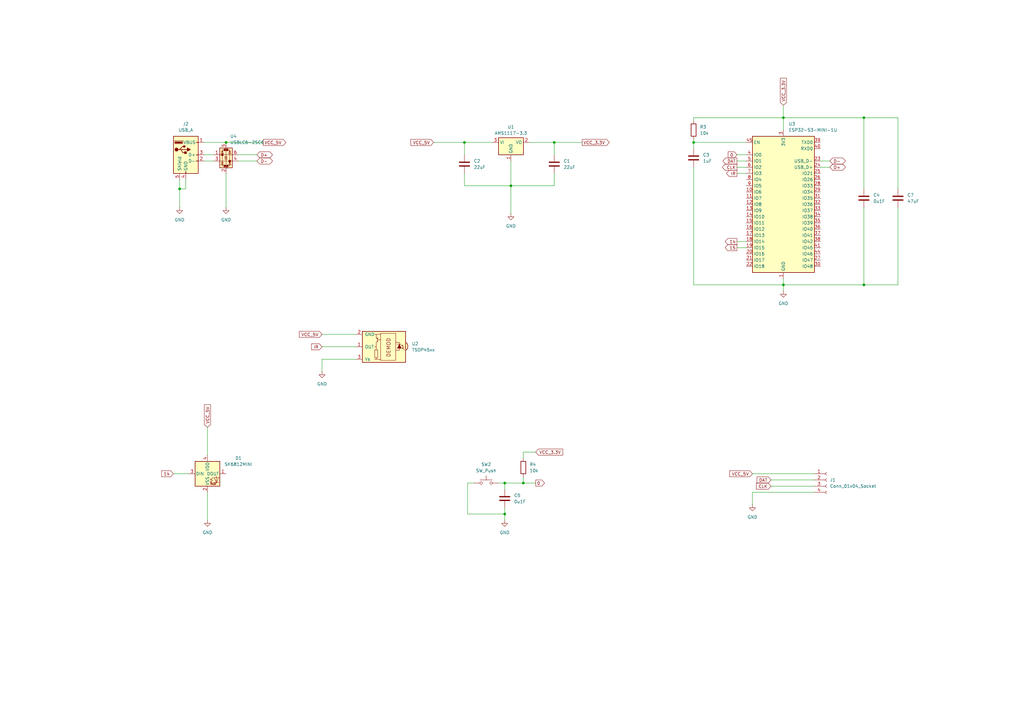
<source format=kicad_sch>
(kicad_sch (version 20250114) (generator "eeschema") (generator_version "9.0")
  (paper "A3")
  (title_block (title "PIXEL-LED") (date "2026-01-12") (rev "1.0") (company "Author: Samuel Hafen"))
  (lib_symbols
    (symbol "Connector:Conn_01x04_Socket" (pin_names (offset 1.016) (hide yes))
      (property "Reference" "J" (at 0 5.08 0))
      (property "Value" "Conn_01x04_Socket" (at 0 -7.62 0))
      (symbol "Conn_01x04_Socket_1_1"
        (polyline (pts (xy -1.27 2.54) (xy -0.508 2.54)) (stroke (width 0.1524)))
        (polyline (pts (xy -1.27 0) (xy -0.508 0)) (stroke (width 0.1524)))
        (polyline (pts (xy -1.27 -2.54) (xy -0.508 -2.54)) (stroke (width 0.1524)))
        (polyline (pts (xy -1.27 -5.08) (xy -0.508 -5.08)) (stroke (width 0.1524)))
        (arc (start 0 2.032) (mid -0.5058 2.54) (end 0 3.048) (stroke (width 0.1524)))
        (arc (start 0 -0.508) (mid -0.5058 0) (end 0 0.508) (stroke (width 0.1524)))
        (arc (start 0 -3.048) (mid -0.5058 -2.54) (end 0 -2.032) (stroke (width 0.1524)))
        (arc (start 0 -5.588) (mid -0.5058 -5.08) (end 0 -4.572) (stroke (width 0.1524)))
        (pin passive line (at -5.08 2.54 0) (length 3.81) (name "Pin_1") (number "1"))
        (pin passive line (at -5.08 0 0) (length 3.81) (name "Pin_2") (number "2"))
        (pin passive line (at -5.08 -2.54 0) (length 3.81) (name "Pin_3") (number "3"))
        (pin passive line (at -5.08 -5.08 0) (length 3.81) (name "Pin_4") (number "4"))
      )
    )
    (symbol "Connector:USB_A" (pin_names (offset 1.016))
      (property "Reference" "J" (at -5.08 11.43 0))
      (property "Value" "USB_A" (at -5.08 8.89 0))
      (symbol "USB_A_0_1"
        (rectangle (start -5.08 -7.62) (end 5.08 7.62) (stroke (width 0.254)) (fill (type background)))
        (circle (center -3.81 2.159) (radius 0.635) (stroke (width 0.254)) (fill (type outline)))
        (polyline (pts (xy -3.175 2.159) (xy -2.54 2.159) (xy -1.27 3.429) (xy -0.635 3.429)) (stroke (width 0.254)))
        (polyline (pts (xy -2.54 2.159) (xy -1.905 2.159) (xy -1.27 0.889) (xy 0 0.889)) (stroke (width 0.254)))
        (rectangle (start -1.524 4.826) (end -4.318 5.334) (fill (type outline)))
        (rectangle (start -1.27 4.572) (end -4.572 5.842))
        (circle (center -0.635 3.429) (radius 0.381) (stroke (width 0.254)) (fill (type outline)))
        (rectangle (start -0.127 -7.62) (end 0.127 -6.858))
        (rectangle (start 0.254 1.27) (end -0.508 0.508) (stroke (width 0.254)) (fill (type outline)))
        (polyline (pts (xy 0.635 2.794) (xy 0.635 1.524) (xy 1.905 2.159) (xy 0.635 2.794)) (stroke (width 0.254)) (fill (type outline)))
        (rectangle (start 5.08 4.953) (end 4.318 5.207))
        (rectangle (start 5.08 -0.127) (end 4.318 0.127))
        (rectangle (start 5.08 -2.667) (end 4.318 -2.413))
      )
      (symbol "USB_A_1_1"
        (polyline (pts (xy -1.905 2.159) (xy 0.635 2.159)) (stroke (width 0.254)))
        (pin passive line (at -2.54 -10.16 90) (length 2.54) (name "Shield") (number "5"))
        (pin power_in line (at 0 -10.16 90) (length 2.54) (name "GND") (number "4"))
        (pin power_in line (at 7.62 5.08 180) (length 2.54) (name "VBUS") (number "1"))
        (pin bidirectional line (at 7.62 0 180) (length 2.54) (name "D+") (number "3"))
        (pin bidirectional line (at 7.62 -2.54 180) (length 2.54) (name "D-") (number "2"))
      )
    )
    (symbol "Device:C" (pin_numbers (hide yes)) (pin_names (offset 0.254))
      (property "Reference" "C" (at 0.635 2.54 0))
      (property "Value" "C" (at 0.635 -2.54 0))
      (symbol "C_0_1"
        (polyline (pts (xy -2.032 0.762) (xy 2.032 0.762)) (stroke (width 0.508)))
        (polyline (pts (xy -2.032 -0.762) (xy 2.032 -0.762)) (stroke (width 0.508)))
      )
      (symbol "C_1_1"
        (pin passive line (at 0 3.81 270) (length 2.794) (name "~") (number "1"))
        (pin passive line (at 0 -3.81 90) (length 2.794) (name "~") (number "2"))
      )
    )
    (symbol "Device:R" (pin_numbers (hide yes)) (pin_names (offset 0))
      (property "Reference" "R" (at 2.032 0 90))
      (property "Value" "R" (at 0 0 90))
      (symbol "R_0_1"
        (rectangle (start -1.016 -2.54) (end 1.016 2.54) (stroke (width 0.254)))
      )
      (symbol "R_1_1"
        (pin passive line (at 0 3.81 270) (length 1.27) (name "~") (number "1"))
        (pin passive line (at 0 -3.81 90) (length 1.27) (name "~") (number "2"))
      )
    )
    (symbol "Interface_Optical:TSOP45xx" (pin_names (offset 1.016))
      (property "Reference" "U" (at -10.16 7.62 0))
      (property "Value" "TSOP45xx" (at -10.16 -7.62 0))
      (symbol "TSOP45xx_0_0"
        (arc (start -10.287 -1.778) (mid -11.0899 -0.1905) (end -10.287 1.397) (stroke (width 0.254)) (fill (type background)))
        (polyline (pts (xy 1.905 5.08) (xy 0.127 5.08)))
        (polyline (pts (xy 1.905 -5.08) (xy 0.127 -5.08)))
        (text "DEMOD" (at -3.175 0.254 900) (effects (font (size 1.524 1.524))))
      )
      (symbol "TSOP45xx_0_1"
        (polyline (pts (xy -8.763 0.381) (xy -9.652 1.27)))
        (polyline (pts (xy -8.763 0.381) (xy -9.271 0.381)))
        (polyline (pts (xy -8.763 0.381) (xy -8.763 0.889)))
        (polyline (pts (xy -8.636 -0.635) (xy -9.525 0.254)))
        (polyline (pts (xy -8.636 -0.635) (xy -9.144 -0.635)))
        (polyline (pts (xy -8.636 -0.635) (xy -8.636 -0.127)))
        (polyline (pts (xy -8.382 0.635) (xy -6.731 0.635) (xy -7.62 -1.016) (xy -8.382 0.635)) (fill (type outline)))
        (polyline (pts (xy -8.382 -1.016) (xy -6.731 -1.016)))
        (rectangle (start -6.096 5.588) (end 0.127 -5.588))
        (polyline (pts (xy -6.096 1.397) (xy -7.62 1.397) (xy -7.62 -1.778) (xy -6.096 -1.778)))
        (polyline (pts (xy 1.27 -1.905) (xy 1.27 -3.81)))
        (polyline (pts (xy 1.27 -2.54) (xy 1.905 -1.905) (xy 1.905 0) (xy 2.54 0)))
        (polyline (pts (xy 1.27 -2.921) (xy 0.127 -2.921)))
        (polyline (pts (xy 1.27 -3.175) (xy 1.905 -3.81) (xy 1.905 -5.08) (xy 2.54 -5.08)))
        (polyline (pts (xy 1.397 -3.556) (xy 1.524 -3.556)))
        (polyline (pts (xy 1.651 -3.556) (xy 1.524 -3.556)))
        (polyline (pts (xy 1.651 -3.556) (xy 1.651 -3.302)))
        (polyline (pts (xy 1.905 4.445) (xy 1.905 5.08) (xy 2.54 5.08)))
        (polyline (pts (xy 1.905 0) (xy 1.905 1.27)))
        (rectangle (start 2.54 1.27) (end 1.27 4.445))
        (rectangle (start 7.62 6.35) (end -10.16 -6.35) (stroke (width 0.254)) (fill (type background)))
      )
      (symbol "TSOP45xx_1_1"
        (pin power_in line (at 10.16 5.08 180) (length 2.54) (name "Vs") (number "3"))
        (pin output line (at 10.16 0 180) (length 2.54) (name "OUT") (number "1"))
        (pin power_in line (at 10.16 -5.08 180) (length 2.54) (name "GND") (number "2"))
      )
    )
    (symbol "LED:SK6812MINI" (pin_names (offset 0.254))
      (property "Reference" "D" (at 5.08 5.715 0))
      (property "Value" "SK6812MINI" (at 1.27 -5.715 0))
      (symbol "SK6812MINI_0_0"
        (text "RGB" (at 2.286 -4.191 0) (effects (font (size 0.762 0.762))))
      )
      (symbol "SK6812MINI_0_1"
        (polyline (pts (xy 1.27 -2.54) (xy 1.778 -2.54)))
        (polyline (pts (xy 1.27 -3.556) (xy 1.778 -3.556)))
        (polyline (pts (xy 2.286 -1.524) (xy 1.27 -2.54) (xy 1.27 -2.032)))
        (polyline (pts (xy 2.286 -2.54) (xy 1.27 -3.556) (xy 1.27 -3.048)))
        (polyline (pts (xy 3.683 -1.016) (xy 3.683 -3.556) (xy 3.683 -4.064)))
        (polyline (pts (xy 4.699 -1.524) (xy 2.667 -1.524) (xy 3.683 -3.556) (xy 4.699 -1.524)))
        (polyline (pts (xy 4.699 -3.556) (xy 2.667 -3.556)))
        (rectangle (start 5.08 5.08) (end -5.08 -5.08) (stroke (width 0.254)) (fill (type background)))
      )
      (symbol "SK6812MINI_1_1"
        (pin input line (at -7.62 0 0) (length 2.54) (name "DIN") (number "3"))
        (pin power_in line (at 0 7.62 270) (length 2.54) (name "VDD") (number "4"))
        (pin power_in line (at 0 -7.62 90) (length 2.54) (name "VSS") (number "2"))
        (pin output line (at 7.62 0 180) (length 2.54) (name "DOUT") (number "1"))
      )
    )
    (symbol "Power_Protection:USBLC6-2SC6" (pin_names (hide yes))
      (property "Reference" "U" (at 0.635 5.715 0))
      (property "Value" "USBLC6-2SC6" (at 0.635 3.81 0))
      (symbol "USBLC6-2SC6_0_0"
        (circle (center -1.524 0) (radius 0.0001) (stroke (width 0.508)))
        (circle (center -0.508 2.032) (radius 0.0001) (stroke (width 0.508)))
        (circle (center -0.508 -4.572) (radius 0.0001) (stroke (width 0.508)))
        (circle (center 0.508 2.032) (radius 0.0001) (stroke (width 0.508)))
        (circle (center 0.508 -4.572) (radius 0.0001) (stroke (width 0.508)))
        (circle (center 1.524 -2.54) (radius 0.0001) (stroke (width 0.508)))
      )
      (symbol "USBLC6-2SC6_0_1"
        (polyline (pts (xy -2.54 0) (xy 2.54 0)))
        (polyline (pts (xy -2.54 -2.54) (xy 2.54 -2.54)))
        (polyline (pts (xy -2.032 0.508) (xy -1.016 0.508) (xy -1.524 1.524) (xy -2.032 0.508)))
        (polyline (pts (xy -2.032 -3.048) (xy -1.016 -3.048)))
        (polyline (pts (xy -1.016 1.524) (xy -2.032 1.524)))
        (polyline (pts (xy -1.016 -4.064) (xy -2.032 -4.064) (xy -1.524 -3.048) (xy -1.016 -4.064)))
        (polyline (pts (xy -0.508 -1.143) (xy -0.508 -0.762) (xy 0.508 -0.762)))
        (polyline (pts (xy 0 2.54) (xy -0.508 2.032) (xy 0.508 2.032) (xy 0 1.524) (xy 0 -4.064) (xy -0.508 -4.572) (xy 0.508 -4.572) (xy 0 -5.08)))
        (polyline (pts (xy 0.508 -1.778) (xy -0.508 -1.778) (xy 0 -0.762) (xy 0.508 -1.778)))
        (polyline (pts (xy 1.016 1.524) (xy 2.032 1.524)))
        (polyline (pts (xy 1.016 -3.048) (xy 2.032 -3.048)))
        (polyline (pts (xy 2.032 0.508) (xy 1.016 0.508) (xy 1.524 1.524) (xy 2.032 0.508)))
        (polyline (pts (xy 2.032 -4.064) (xy 1.016 -4.064) (xy 1.524 -3.048) (xy 2.032 -4.064)))
      )
      (symbol "USBLC6-2SC6_1_1"
        (rectangle (start -2.54 2.794) (end 2.54 -5.334) (stroke (width 0.254)) (fill (type background)))
        (polyline (pts (xy -0.508 2.032) (xy -1.524 2.032) (xy -1.524 -4.572) (xy -0.508 -4.572)))
        (polyline (pts (xy 0.508 -4.572) (xy 1.524 -4.572) (xy 1.524 2.032) (xy 0.508 2.032)))
        (pin passive line (at -5.08 0 0) (length 2.54) (name "I/O1") (number "1"))
        (pin passive line (at -5.08 -2.54 0) (length 2.54) (name "I/O2") (number "3"))
        (pin passive line (at 0 5.08 270) (length 2.54) (name "VBUS") (number "5"))
        (pin passive line (at 0 -7.62 90) (length 2.54) (name "GND") (number "2"))
        (pin passive line (at 5.08 0 180) (length 2.54) (name "I/O1") (number "6"))
        (pin passive line (at 5.08 -2.54 180) (length 2.54) (name "I/O2") (number "4"))
      )
    )
    (symbol "RF_Module:ESP32-S3-MINI-1U"
      (property "Reference" "U" (at -11.43 29.21 0))
      (property "Value" "ESP32-S3-MINI-1U" (at 12.7 29.21 0))
      (symbol "ESP32-S3-MINI-1U_0_1"
        (rectangle (start -12.7 27.94) (end 12.7 -27.94) (stroke (width 0.254)) (fill (type background)))
      )
      (symbol "ESP32-S3-MINI-1U_1_1"
        (pin input line (at -15.24 25.4 0) (length 2.54) (name "EN") (number "45"))
        (pin bidirectional line (at -15.24 20.32 0) (length 2.54) (name "IO0") (number "4"))
        (pin bidirectional line (at -15.24 17.78 0) (length 2.54) (name "IO1") (number "5"))
        (pin bidirectional line (at -15.24 15.24 0) (length 2.54) (name "IO2") (number "6"))
        (pin bidirectional line (at -15.24 12.7 0) (length 2.54) (name "IO3") (number "7"))
        (pin bidirectional line (at -15.24 10.16 0) (length 2.54) (name "IO4") (number "8"))
        (pin bidirectional line (at -15.24 7.62 0) (length 2.54) (name "IO5") (number "9"))
        (pin bidirectional line (at -15.24 5.08 0) (length 2.54) (name "IO6") (number "10"))
        (pin bidirectional line (at -15.24 2.54 0) (length 2.54) (name "IO7") (number "11"))
        (pin bidirectional line (at -15.24 0 0) (length 2.54) (name "IO8") (number "12"))
        (pin bidirectional line (at -15.24 -2.54 0) (length 2.54) (name "IO9") (number "13"))
        (pin bidirectional line (at -15.24 -5.08 0) (length 2.54) (name "IO10") (number "14"))
        (pin bidirectional line (at -15.24 -7.62 0) (length 2.54) (name "IO11") (number "15"))
        (pin bidirectional line (at -15.24 -10.16 0) (length 2.54) (name "IO12") (number "16"))
        (pin bidirectional line (at -15.24 -12.7 0) (length 2.54) (name "IO13") (number "17"))
        (pin bidirectional line (at -15.24 -15.24 0) (length 2.54) (name "IO14") (number "18"))
        (pin bidirectional line (at -15.24 -17.78 0) (length 2.54) (name "IO15") (number "19"))
        (pin bidirectional line (at -15.24 -20.32 0) (length 2.54) (name "IO16") (number "20"))
        (pin bidirectional line (at -15.24 -22.86 0) (length 2.54) (name "IO17") (number "21"))
        (pin bidirectional line (at -15.24 -25.4 0) (length 2.54) (name "IO18") (number "22"))
        (pin power_in line (at 0 30.48 270) (length 2.54) (name "3V3") (number "3"))
        (pin power_in line (at 0 -30.48 90) (length 2.54) (name "GND") (number "1"))
        (pin passive line (at 0 -30.48 90) (length 2.54) (hide yes) (name "GND") (number "2"))
        (pin passive line (at 0 -30.48 90) (length 2.54) (hide yes) (name "GND") (number "42"))
        (pin passive line (at 0 -30.48 90) (length 2.54) (hide yes) (name "GND") (number "43"))
        (pin passive line (at 0 -30.48 90) (length 2.54) (hide yes) (name "GND") (number "46"))
        (pin passive line (at 0 -30.48 90) (length 2.54) (hide yes) (name "GND") (number "47"))
        (pin passive line (at 0 -30.48 90) (length 2.54) (hide yes) (name "GND") (number "48"))
        (pin passive line (at 0 -30.48 90) (length 2.54) (hide yes) (name "GND") (number "49"))
        (pin passive line (at 0 -30.48 90) (length 2.54) (hide yes) (name "GND") (number "50"))
        (pin passive line (at 0 -30.48 90) (length 2.54) (hide yes) (name "GND") (number "51"))
        (pin passive line (at 0 -30.48 90) (length 2.54) (hide yes) (name "GND") (number "52"))
        (pin passive line (at 0 -30.48 90) (length 2.54) (hide yes) (name "GND") (number "53"))
        (pin passive line (at 0 -30.48 90) (length 2.54) (hide yes) (name "GND") (number "54"))
        (pin passive line (at 0 -30.48 90) (length 2.54) (hide yes) (name "GND") (number "55"))
        (pin passive line (at 0 -30.48 90) (length 2.54) (hide yes) (name "GND") (number "56"))
        (pin passive line (at 0 -30.48 90) (length 2.54) (hide yes) (name "GND") (number "57"))
        (pin passive line (at 0 -30.48 90) (length 2.54) (hide yes) (name "GND") (number "58"))
        (pin passive line (at 0 -30.48 90) (length 2.54) (hide yes) (name "GND") (number "59"))
        (pin passive line (at 0 -30.48 90) (length 2.54) (hide yes) (name "GND") (number "60"))
        (pin passive line (at 0 -30.48 90) (length 2.54) (hide yes) (name "GND") (number "61"))
        (pin passive line (at 0 -30.48 90) (length 2.54) (hide yes) (name "GND") (number "62"))
        (pin passive line (at 0 -30.48 90) (length 2.54) (hide yes) (name "GND") (number "63"))
        (pin passive line (at 0 -30.48 90) (length 2.54) (hide yes) (name "GND") (number "64"))
        (pin passive line (at 0 -30.48 90) (length 2.54) (hide yes) (name "GND") (number "65"))
        (pin bidirectional line (at 15.24 25.4 180) (length 2.54) (name "TXD0") (number "39"))
        (pin bidirectional line (at 15.24 22.86 180) (length 2.54) (name "RXD0") (number "40"))
        (pin bidirectional line (at 15.24 17.78 180) (length 2.54) (name "USB_D-") (number "23"))
        (pin bidirectional line (at 15.24 15.24 180) (length 2.54) (name "USB_D+") (number "24"))
        (pin bidirectional line (at 15.24 12.7 180) (length 2.54) (name "IO21") (number "25"))
        (pin bidirectional line (at 15.24 10.16 180) (length 2.54) (name "IO26") (number "26"))
        (pin bidirectional line (at 15.24 7.62 180) (length 2.54) (name "IO33") (number "28"))
        (pin bidirectional line (at 15.24 5.08 180) (length 2.54) (name "IO34") (number "29"))
        (pin bidirectional line (at 15.24 2.54 180) (length 2.54) (name "IO35") (number "31"))
        (pin bidirectional line (at 15.24 0 180) (length 2.54) (name "IO36") (number "32"))
        (pin bidirectional line (at 15.24 -2.54 180) (length 2.54) (name "IO37") (number "33"))
        (pin bidirectional line (at 15.24 -5.08 180) (length 2.54) (name "IO38") (number "34"))
        (pin bidirectional line (at 15.24 -7.62 180) (length 2.54) (name "IO39") (number "35"))
        (pin bidirectional line (at 15.24 -10.16 180) (length 2.54) (name "IO40") (number "36"))
        (pin bidirectional line (at 15.24 -12.7 180) (length 2.54) (name "IO41") (number "37"))
        (pin bidirectional line (at 15.24 -15.24 180) (length 2.54) (name "IO42") (number "38"))
        (pin bidirectional line (at 15.24 -17.78 180) (length 2.54) (name "IO45") (number "41"))
        (pin bidirectional line (at 15.24 -20.32 180) (length 2.54) (name "IO46") (number "44"))
        (pin bidirectional line (at 15.24 -22.86 180) (length 2.54) (name "IO47") (number "27"))
        (pin bidirectional line (at 15.24 -25.4 180) (length 2.54) (name "IO48") (number "30"))
      )
    )
    (symbol "Regulator_Linear:AMS1117-3.3"
      (property "Reference" "U" (at -3.81 3.175 0))
      (property "Value" "AMS1117-3.3" (at 0 3.175 0))
      (symbol "AMS1117-3.3_0_1"
        (rectangle (start -5.08 -5.08) (end 5.08 1.905) (stroke (width 0.254)) (fill (type background)))
      )
      (symbol "AMS1117-3.3_1_1"
        (pin power_in line (at -7.62 0 0) (length 2.54) (name "VI") (number "3"))
        (pin power_in line (at 0 -7.62 90) (length 2.54) (name "GND") (number "1"))
        (pin power_out line (at 7.62 0 180) (length 2.54) (name "VO") (number "2"))
      )
    )
    (symbol "Switch:SW_Push" (pin_numbers (hide yes)) (pin_names (offset 1.016) (hide yes))
      (property "Reference" "SW" (at 1.27 2.54 0))
      (property "Value" "SW_Push" (at 0 -1.524 0))
      (symbol "SW_Push_0_1"
        (circle (center -2.032 0) (radius 0.508))
        (polyline (pts (xy 0 1.27) (xy 0 3.048)))
        (circle (center 2.032 0) (radius 0.508))
        (polyline (pts (xy 2.54 1.27) (xy -2.54 1.27)))
        (pin passive line (at -5.08 0 0) (length 2.54) (name "1") (number "1"))
        (pin passive line (at 5.08 0 180) (length 2.54) (name "2") (number "2"))
      )
    )
    (symbol "power:GND" (power) (pin_numbers (hide yes)) (pin_names (offset 0) (hide yes))
      (property "Value" "GND" (at 0 -3.81 0))
      (symbol "GND_0_1"
        (polyline (pts (xy 0 0) (xy 0 -1.27) (xy 1.27 -1.27) (xy 0 -2.54) (xy -1.27 -1.27) (xy 0 -1.27)))
      )
      (symbol "GND_1_1"
        (pin power_in line (at 0 0 270) (length 0) (name "~") (number "1"))
      )
    )
  )
  (junction (at 354.33 116.84))
  (junction (at 190.5 58.42))
  (junction (at 354.33 48.26))
  (junction (at 92.71 58.42))
  (junction (at 321.31 48.26))
  (junction (at 73.66 77.47))
  (junction (at 284.48 58.42))
  (junction (at 209.55 76.2))
  (junction (at 207.01 198.12))
  (junction (at 207.01 210.82))
  (junction (at 321.31 116.84))
  (junction (at 214.63 198.12))
  (junction (at 227.33 58.42))
  (wire (pts (xy 83.82 58.42) (xy 92.71 58.42)))
  (wire (pts (xy 217.17 58.42) (xy 227.33 58.42)))
  (wire (pts (xy 302.26 68.58) (xy 306.07 68.58)))
  (wire (pts (xy 76.2 73.66) (xy 76.2 77.47)))
  (wire (pts (xy 132.08 142.24) (xy 146.05 142.24)))
  (wire (pts (xy 284.48 48.26) (xy 284.48 49.53)))
  (wire (pts (xy 92.71 71.12) (xy 92.71 85.09)))
  (wire (pts (xy 219.71 185.42) (xy 214.63 185.42)))
  (wire (pts (xy 354.33 116.84) (xy 321.31 116.84)))
  (wire (pts (xy 207.01 210.82) (xy 207.01 213.36)))
  (wire (pts (xy 368.3 116.84) (xy 354.33 116.84)))
  (wire (pts (xy 214.63 195.58) (xy 214.63 198.12)))
  (wire (pts (xy 73.66 77.47) (xy 73.66 85.09)))
  (wire (pts (xy 83.82 63.5) (xy 87.63 63.5)))
  (wire (pts (xy 132.08 152.4) (xy 132.08 147.32)))
  (wire (pts (xy 190.5 71.12) (xy 190.5 76.2)))
  (wire (pts (xy 368.3 85.09) (xy 368.3 116.84)))
  (wire (pts (xy 354.33 85.09) (xy 354.33 116.84)))
  (wire (pts (xy 83.82 66.04) (xy 87.63 66.04)))
  (wire (pts (xy 194.31 198.12) (xy 191.77 198.12)))
  (wire (pts (xy 302.26 71.12) (xy 306.07 71.12)))
  (wire (pts (xy 336.55 68.58) (xy 340.36 68.58)))
  (wire (pts (xy 321.31 116.84) (xy 321.31 119.38)))
  (wire (pts (xy 321.31 48.26) (xy 321.31 53.34)))
  (wire (pts (xy 207.01 200.66) (xy 207.01 198.12)))
  (wire (pts (xy 191.77 198.12) (xy 191.77 210.82)))
  (wire (pts (xy 284.48 58.42) (xy 284.48 57.15)))
  (wire (pts (xy 368.3 77.47) (xy 368.3 48.26)))
  (wire (pts (xy 306.07 58.42) (xy 284.48 58.42)))
  (wire (pts (xy 209.55 76.2) (xy 209.55 87.63)))
  (wire (pts (xy 85.09 175.26) (xy 85.09 186.69)))
  (wire (pts (xy 284.48 58.42) (xy 284.48 60.96)))
  (wire (pts (xy 316.23 199.39) (xy 334.01 199.39)))
  (wire (pts (xy 76.2 77.47) (xy 73.66 77.47)))
  (wire (pts (xy 308.61 207.01) (xy 308.61 201.93)))
  (wire (pts (xy 308.61 194.31) (xy 334.01 194.31)))
  (wire (pts (xy 209.55 66.04) (xy 209.55 76.2)))
  (wire (pts (xy 97.79 63.5) (xy 105.41 63.5)))
  (wire (pts (xy 227.33 76.2) (xy 209.55 76.2)))
  (wire (pts (xy 132.08 147.32) (xy 146.05 147.32)))
  (wire (pts (xy 71.12 194.31) (xy 77.47 194.31)))
  (wire (pts (xy 354.33 77.47) (xy 354.33 48.26)))
  (wire (pts (xy 190.5 58.42) (xy 201.93 58.42)))
  (wire (pts (xy 97.79 66.04) (xy 105.41 66.04)))
  (wire (pts (xy 92.71 58.42) (xy 107.95 58.42)))
  (wire (pts (xy 177.8 58.42) (xy 190.5 58.42)))
  (wire (pts (xy 302.26 66.04) (xy 306.07 66.04)))
  (wire (pts (xy 302.26 101.6) (xy 306.07 101.6)))
  (wire (pts (xy 302.26 63.5) (xy 306.07 63.5)))
  (wire (pts (xy 336.55 66.04) (xy 340.36 66.04)))
  (wire (pts (xy 321.31 114.3) (xy 321.31 116.84)))
  (wire (pts (xy 316.23 196.85) (xy 334.01 196.85)))
  (wire (pts (xy 190.5 76.2) (xy 209.55 76.2)))
  (wire (pts (xy 190.5 58.42) (xy 190.5 63.5)))
  (wire (pts (xy 368.3 48.26) (xy 354.33 48.26)))
  (wire (pts (xy 73.66 73.66) (xy 73.66 77.47)))
  (wire (pts (xy 227.33 71.12) (xy 227.33 76.2)))
  (wire (pts (xy 214.63 198.12) (xy 219.71 198.12)))
  (wire (pts (xy 308.61 201.93) (xy 334.01 201.93)))
  (wire (pts (xy 302.26 99.06) (xy 306.07 99.06)))
  (wire (pts (xy 284.48 116.84) (xy 321.31 116.84)))
  (wire (pts (xy 284.48 48.26) (xy 321.31 48.26)))
  (wire (pts (xy 191.77 210.82) (xy 207.01 210.82)))
  (wire (pts (xy 321.31 43.18) (xy 321.31 48.26)))
  (wire (pts (xy 207.01 198.12) (xy 214.63 198.12)))
  (wire (pts (xy 207.01 208.28) (xy 207.01 210.82)))
  (wire (pts (xy 85.09 201.93) (xy 85.09 213.36)))
  (wire (pts (xy 227.33 58.42) (xy 227.33 63.5)))
  (wire (pts (xy 132.08 137.16) (xy 146.05 137.16)))
  (wire (pts (xy 214.63 185.42) (xy 214.63 187.96)))
  (wire (pts (xy 207.01 198.12) (xy 204.47 198.12)))
  (wire (pts (xy 284.48 68.58) (xy 284.48 116.84)))
  (wire (pts (xy 354.33 48.26) (xy 321.31 48.26)))
  (wire (pts (xy 227.33 58.42) (xy 238.76 58.42)))
  (global_label "VCC_5V" (shape input) (at 308.61 194.31 180) (property "Intersheetrefs" "${INTERSHEET_REFS}" (effects (hide yes))))
  (global_label "VCC_5V" (shape input) (at 177.8 58.42 180) (property "Intersheetrefs" "${INTERSHEET_REFS}" (effects (hide yes))))
  (global_label "VCC_3.3V" (shape input) (at 219.71 185.42 0) (property "Intersheetrefs" "${INTERSHEET_REFS}" (effects (hide yes))))
  (global_label "VCC_5V" (shape input) (at 85.09 175.26 90) (property "Intersheetrefs" "${INTERSHEET_REFS}" (effects (hide yes))))
  (global_label "VCC_5V" (shape input) (at 132.08 137.16 180) (property "Intersheetrefs" "${INTERSHEET_REFS}" (effects (hide yes))))
  (global_label "CLK" (shape output) (at 302.26 68.58 180) (property "Intersheetrefs" "${INTERSHEET_REFS}" (effects (hide yes))))
  (global_label "0" (shape output) (at 219.71 198.12 0) (property "Intersheetrefs" "${INTERSHEET_REFS}" (effects (hide yes))))
  (global_label "14" (shape output) (at 302.26 99.06 180) (property "Intersheetrefs" "${INTERSHEET_REFS}" (effects (hide yes))))
  (global_label "0" (shape input) (at 302.26 63.5 180) (property "Intersheetrefs" "${INTERSHEET_REFS}" (effects (hide yes))))
  (global_label "D-" (shape bidirectional) (at 105.41 66.04 0) (property "Intersheetrefs" "${INTERSHEET_REFS}" (effects (hide yes))))
  (global_label "VCC_3.3V" (shape output) (at 238.76 58.42 0) (property "Intersheetrefs" "${INTERSHEET_REFS}" (effects (hide yes))))
  (global_label "VCC_5V" (shape output) (at 107.95 58.42 0) (property "Intersheetrefs" "${INTERSHEET_REFS}" (effects (hide yes))))
  (global_label "D+" (shape bidirectional) (at 340.36 68.58 0) (property "Intersheetrefs" "${INTERSHEET_REFS}" (effects (hide yes))))
  (global_label "IR" (shape input) (at 132.08 142.24 180) (property "Intersheetrefs" "${INTERSHEET_REFS}" (effects (hide yes))))
  (global_label "DAT" (shape output) (at 302.26 66.04 180) (property "Intersheetrefs" "${INTERSHEET_REFS}" (effects (hide yes))))
  (global_label "15" (shape output) (at 302.26 101.6 180) (property "Intersheetrefs" "${INTERSHEET_REFS}" (effects (hide yes))))
  (global_label "IR" (shape output) (at 302.26 71.12 180) (property "Intersheetrefs" "${INTERSHEET_REFS}" (effects (hide yes))))
  (global_label "D+" (shape bidirectional) (at 105.41 63.5 0) (property "Intersheetrefs" "${INTERSHEET_REFS}" (effects (hide yes))))
  (global_label "14" (shape input) (at 71.12 194.31 180) (property "Intersheetrefs" "${INTERSHEET_REFS}" (effects (hide yes))))
  (global_label "VCC_3.3V" (shape input) (at 321.31 43.18 90) (property "Intersheetrefs" "${INTERSHEET_REFS}" (effects (hide yes))))
  (global_label "DAT" (shape input) (at 316.23 196.85 180) (property "Intersheetrefs" "${INTERSHEET_REFS}" (effects (hide yes))))
  (global_label "CLK" (shape input) (at 316.23 199.39 180) (property "Intersheetrefs" "${INTERSHEET_REFS}" (effects (hide yes))))
  (global_label "D-" (shape bidirectional) (at 340.36 66.04 0) (property "Intersheetrefs" "${INTERSHEET_REFS}" (effects (hide yes))))
  (symbol (lib_id "Device:R") (at 284.48 53.34 0) (unit 1)
    (property "Reference" "R3" (at 287.02 52.0699 0) (effects (justify left)))
    (property "Value" "10k" (at 287.02 54.6099 0) (effects (justify left)))
    (property "Footprint" "Resistor_SMD:R_0603_1608Metric_Pad0.98x0.95mm_HandSolder" (effects (hide yes)))
    (property "Description" "Resistor" (effects (hide yes)))
    (property "ALIEXPRESS" "https://de.aliexpress.com/item/1005002384017954.html" (effects (hide yes)))
  )
  (symbol (lib_id "Interface_Optical:TSOP45xx") (at 156.21 142.24 180) (unit 1)
    (property "Reference" "U2" (at 168.91 140.9699 0) (effects (justify right)))
    (property "Value" "TSOP45xx" (at 168.91 143.5099 0) (effects (justify right)))
    (property "Footprint" "Package_TO_SOT_THT:TO-92_Inline_Horizontal2" (effects (hide yes)))
    (property "Datasheet" "http://www.vishay.com/docs/82460/tsop45.pdf" (effects (hide yes)))
    (property "Description" "IR Receiver Modules for Remote Control Systems" (effects (hide yes)))
  )
  (symbol (lib_id "Device:C") (at 227.33 67.31 0) (unit 1)
    (property "Reference" "C1" (at 231.14 66.0399 0) (effects (justify left)))
    (property "Value" "22uF" (at 231.14 68.5799 0) (effects (justify left)))
    (property "Footprint" "Capacitor_SMD:C_0805_2012Metric" (effects (hide yes)))
    (property "Description" "Unpolarized capacitor" (effects (hide yes)))
    (property "ALIEXPRESS" "https://de.aliexpress.com/item/1005006142309480.html" (effects (hide yes)))
  )
  (symbol (lib_id "power:GND") (at 85.09 213.36 0) (unit 1)
    (property "Reference" "#PWR012" (effects (hide yes)))
    (property "Value" "GND" (at 85.09 218.44 0))
    (property "Description" "Power symbol creates a global label with name \"GND\" , ground" (effects (hide yes)))
  )
  (symbol (lib_id "Device:C") (at 284.48 64.77 0) (unit 1)
    (property "Reference" "C3" (at 288.29 63.4999 0) (effects (justify left)))
    (property "Value" "1uF" (at 288.29 66.0399 0) (effects (justify left)))
    (property "Footprint" "Capacitor_SMD:C_0603_1608Metric_Pad1.08x0.95mm_HandSolder" (effects (hide yes)))
    (property "Description" "Unpolarized capacitor" (effects (hide yes)))
    (property "ALIEXPRESS" "https://de.aliexpress.com/item/1005003512666695.html" (effects (hide yes)))
  )
  (symbol (lib_id "RF_Module:ESP32-S3-MINI-1U") (at 321.31 83.82 0) (unit 1)
    (property "Reference" "U3" (at 323.4533 50.8 0) (effects (justify left)))
    (property "Value" "ESP32-S3-MINI-1U" (at 323.4533 53.34 0) (effects (justify left)))
    (property "Footprint" "RF_Module:ESP32-S2-MINI-1" (effects (hide yes)))
    (property "Datasheet" "https://www.espressif.com/sites/default/files/documentation/esp32-s3-mini-1_mini-1u_datasheet_en.pdf" (effects (hide yes)))
    (property "Description" "RF Module, ESP32-S3 SoC, Wi-Fi 802.11b/g/n, Bluetooth, BLE, 32-bit, 3.3V, SMD, external antenna" (effects (hide yes)))
    (property "ALIEXPRESS" "https://de.aliexpress.com/item/1005005230617287.html" (effects (hide yes)))
  )
  (symbol (lib_id "power:GND") (at 73.66 85.09 0) (unit 1)
    (property "Reference" "#PWR011" (effects (hide yes)))
    (property "Value" "GND" (at 73.66 90.17 0))
    (property "Description" "Power symbol creates a global label with name \"GND\" , ground" (effects (hide yes)))
  )
  (symbol (lib_id "power:GND") (at 132.08 152.4 0) (unit 1)
    (property "Reference" "#PWR02" (effects (hide yes)))
    (property "Value" "GND" (at 132.08 157.48 0))
    (property "Description" "Power symbol creates a global label with name \"GND\" , ground" (effects (hide yes)))
  )
  (symbol (lib_id "LED:SK6812MINI") (at 85.09 194.31 0) (unit 1)
    (property "Reference" "D1" (at 97.79 187.8898 0))
    (property "Value" "SK6812MINI" (at 97.79 190.4298 0))
    (property "Footprint" "LED_SMD:LED_SK6812MINI_PLCC4_3.5x3.5mm_P1.75mm" (effects (hide yes)))
    (property "Datasheet" "https://cdn-shop.adafruit.com/product-files/2686/SK6812MINI_REV.01-1-2.pdf" (effects (hide yes)))
    (property "Description" "RGB LED with integrated controller" (effects (hide yes)))
    (property "ALIEXPRESS" "https://de.aliexpress.com/item/33015141472.html" (effects (hide yes)))
  )
  (symbol (lib_id "power:GND") (at 308.61 207.01 0) (unit 1)
    (property "Reference" "#PWR01" (effects (hide yes)))
    (property "Value" "GND" (at 308.61 212.09 0))
    (property "Description" "Power symbol creates a global label with name \"GND\" , ground" (effects (hide yes)))
  )
  (symbol (lib_id "Connector:USB_A") (at 76.2 63.5 0) (unit 1)
    (property "Reference" "J2" (at 76.2 50.8 0))
    (property "Value" "USB_A" (at 76.2 53.34 0))
    (property "Footprint" "Connector_USB:USB_A_CNCTech_1001-011-01101_Horizontal" (effects (hide yes)))
    (property "Datasheet" "https://www.molex.com/en-us/products/part-detail-pdf/480372200?display=pdf" (effects (hide yes)))
    (property "Description" "USB Type A connector" (effects (hide yes)))
    (property "ALIEXPRESS" "https://de.aliexpress.com/item/4000649452665.html" (effects (hide yes)))
  )
  (symbol (lib_id "power:GND") (at 321.31 119.38 0) (unit 1)
    (property "Reference" "#PWR07" (effects (hide yes)))
    (property "Value" "GND" (at 321.31 124.46 0))
    (property "Description" "Power symbol creates a global label with name \"GND\" , ground" (effects (hide yes)))
  )
  (symbol (lib_id "Power_Protection:USBLC6-2SC6") (at 92.71 63.5 0) (unit 1)
    (property "Reference" "U4" (at 94.3611 55.88 0) (effects (justify left)))
    (property "Value" "USBLC6-2SC6" (at 94.3611 58.42 0) (effects (justify left)))
    (property "Footprint" "Package_TO_SOT_SMD:SOT-23-6" (effects (hide yes)))
    (property "Datasheet" "https://www.st.com/resource/en/datasheet/usblc6-2.pdf" (effects (hide yes)))
    (property "Description" "Very low capacitance ESD protection diode, 2 data-line, SOT-23-6" (effects (hide yes)))
    (property "ALIEXPRESS" "https://de.aliexpress.com/item/1005009374494151.html" (effects (hide yes)))
  )
  (symbol (lib_id "Regulator_Linear:AMS1117-3.3") (at 209.55 58.42 0) (unit 1)
    (property "Reference" "U1" (at 209.55 52.07 0))
    (property "Value" "AMS1117-3.3" (at 209.55 54.61 0))
    (property "Footprint" "Package_TO_SOT_SMD:SOT-223-3_TabPin2" (effects (hide yes)))
    (property "Datasheet" "http://www.advanced-monolithic.com/pdf/ds1117.pdf" (effects (hide yes)))
    (property "Description" "1A Low Dropout regulator, positive, 3.3V fixed output, SOT-223" (effects (hide yes)))
    (property "ALIEXPRESS" "https://de.aliexpress.com/item/1005002487704059.html" (effects (hide yes)))
  )
  (symbol (lib_id "Device:C") (at 368.3 81.28 0) (unit 1)
    (property "Reference" "C7" (at 372.11 80.0099 0) (effects (justify left)))
    (property "Value" "47uF" (at 372.11 82.5499 0) (effects (justify left)))
    (property "Footprint" "Capacitor_SMD:C_0805_2012Metric_Pad1.18x1.45mm_HandSolder" (effects (hide yes)))
    (property "Description" "Unpolarized capacitor" (effects (hide yes)))
    (property "ALIEXPRESS" "https://de.aliexpress.com/item/1005006142309480.html" (effects (hide yes)))
  )
  (symbol (lib_id "Device:R") (at 214.63 191.77 0) (unit 1)
    (property "Reference" "R4" (at 217.17 190.4999 0) (effects (justify left)))
    (property "Value" "10k" (at 217.17 193.0399 0) (effects (justify left)))
    (property "Footprint" "Resistor_SMD:R_0603_1608Metric" (effects (hide yes)))
    (property "Description" "Resistor" (effects (hide yes)))
    (property "ALIEXPRESS" "https://de.aliexpress.com/item/1005002384017954.html" (effects (hide yes)))
  )
  (symbol (lib_id "power:GND") (at 92.71 85.09 0) (unit 1)
    (property "Reference" "#PWR03" (effects (hide yes)))
    (property "Value" "GND" (at 92.71 90.17 0))
    (property "Description" "Power symbol creates a global label with name \"GND\" , ground" (effects (hide yes)))
  )
  (symbol (lib_id "Device:C") (at 207.01 204.47 0) (unit 1)
    (property "Reference" "C5" (at 210.82 203.1999 0) (effects (justify left)))
    (property "Value" "0u1F" (at 210.82 205.7399 0) (effects (justify left)))
    (property "Footprint" "Capacitor_SMD:C_0603_1608Metric" (effects (hide yes)))
    (property "Description" "Unpolarized capacitor" (effects (hide yes)))
    (property "ALIEXPRESS" "https://de.aliexpress.com/item/1005003512666695.html" (effects (hide yes)))
  )
  (symbol (lib_id "Switch:SW_Push") (at 199.39 198.12 0) (unit 1)
    (property "Reference" "SW2" (at 199.39 190.5 0))
    (property "Value" "SW_Push" (at 199.39 193.04 0))
    (property "Footprint" "Button_Switch_SMD:SW_Push_1P1T_XKB_TS-1187A" (effects (hide yes)))
    (property "Description" "Push button switch, generic, two pins" (effects (hide yes)))
    (property "ALIEXPRESS" "https://de.aliexpress.com/item/1005006151795450.html" (effects (hide yes)))
  )
  (symbol (lib_id "power:GND") (at 209.55 87.63 0) (unit 1)
    (property "Reference" "#PWR04" (effects (hide yes)))
    (property "Value" "GND" (at 209.55 92.71 0))
    (property "Description" "Power symbol creates a global label with name \"GND\" , ground" (effects (hide yes)))
  )
  (symbol (lib_id "Connector:Conn_01x04_Socket") (at 339.09 196.85 0) (unit 1)
    (property "Reference" "J1" (at 340.36 196.8499 0) (effects (justify left)))
    (property "Value" "Conn_01x04_Socket" (at 340.36 199.3899 0) (effects (justify left)))
    (property "Footprint" "Connector_PinHeader_2.54mm:PinHeader_1x04_P2.54mm_Vertical" (effects (hide yes)))
    (property "Description" "Generic connector, single row, 01x04, script generated" (effects (hide yes)))
  )
  (symbol (lib_id "Device:C") (at 190.5 67.31 0) (unit 1)
    (property "Reference" "C2" (at 194.31 66.0399 0) (effects (justify left)))
    (property "Value" "22uF" (at 194.31 68.5799 0) (effects (justify left)))
    (property "Footprint" "Capacitor_SMD:C_0805_2012Metric" (effects (hide yes)))
    (property "Description" "Unpolarized capacitor" (effects (hide yes)))
    (property "ALIEXPRESS" "https://de.aliexpress.com/item/1005006142309480.html" (effects (hide yes)))
  )
  (symbol (lib_id "power:GND") (at 207.01 213.36 0) (unit 1)
    (property "Reference" "#PWR08" (effects (hide yes)))
    (property "Value" "GND" (at 207.01 218.44 0))
    (property "Description" "Power symbol creates a global label with name \"GND\" , ground" (effects (hide yes)))
  )
  (symbol (lib_id "Device:C") (at 354.33 81.28 0) (unit 1)
    (property "Reference" "C4" (at 358.14 80.0099 0) (effects (justify left)))
    (property "Value" "0u1F" (at 358.14 82.5499 0) (effects (justify left)))
    (property "Footprint" "Capacitor_SMD:C_0603_1608Metric_Pad1.08x0.95mm_HandSolder" (effects (hide yes)))
    (property "Description" "Unpolarized capacitor" (effects (hide yes)))
    (property "ALIEXPRESS" "https://de.aliexpress.com/item/1005003512666695.html" (effects (hide yes)))
  )
)
</source>
